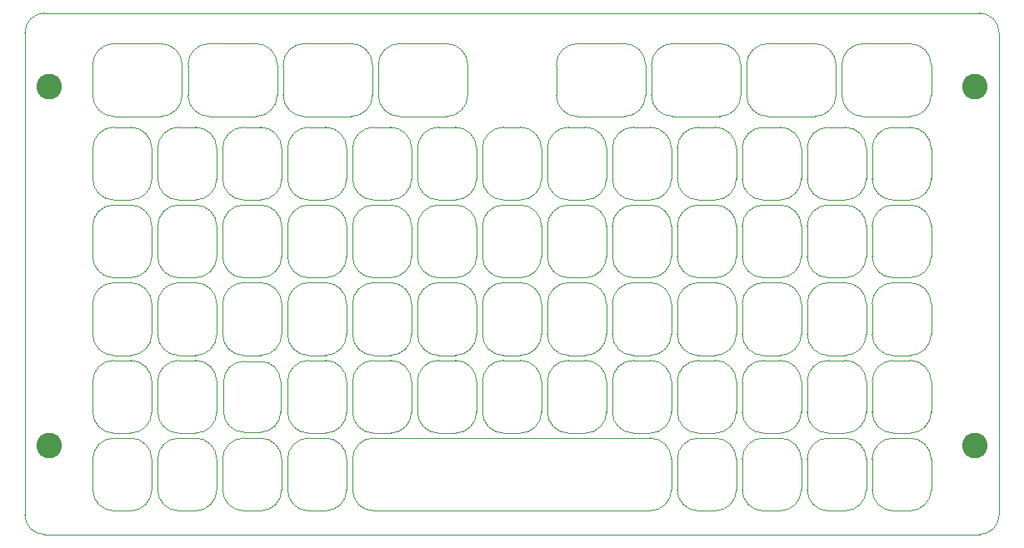
<source format=gts>
G04*
G04 #@! TF.GenerationSoftware,Altium Limited,Altium Designer,24.2.2 (26)*
G04*
G04 Layer_Color=8388736*
%FSLAX25Y25*%
%MOIN*%
G70*
G04*
G04 #@! TF.SameCoordinates,661FBD00-BEF8-4439-B900-685B4A6DAB74*
G04*
G04*
G04 #@! TF.FilePolarity,Negative*
G04*
G01*
G75*
%ADD10C,0.00394*%
%ADD11C,0.10236*%
D10*
X40138Y-116732D02*
G03*
X48602Y-125197I8465J-0D01*
G01*
X40138Y-147835D02*
G03*
X48602Y-156299I8465J-0D01*
G01*
X66122Y-116732D02*
G03*
X74587Y-125197I8465J-0D01*
G01*
X55295D02*
G03*
X63760Y-116732I-0J8465D01*
G01*
X48602Y-127165D02*
G03*
X40138Y-135630I0J-8465D01*
G01*
X66122Y-147835D02*
G03*
X74587Y-156299I8465J-0D01*
G01*
Y-127165D02*
G03*
X66122Y-135630I0J-8465D01*
G01*
X63760D02*
G03*
X55295Y-127165I-8465J0D01*
G01*
Y-156299D02*
G03*
X63760Y-147835I-0J8465D01*
G01*
X48602Y-96063D02*
G03*
X40138Y-104528I0J-8465D01*
G01*
Y-85630D02*
G03*
X48602Y-94095I8465J0D01*
G01*
X55295D02*
G03*
X63760Y-85630I0J8465D01*
G01*
X74587Y-96063D02*
G03*
X66122Y-104528I0J-8465D01*
G01*
X63760D02*
G03*
X55295Y-96063I-8465J0D01*
G01*
X66122Y-85630D02*
G03*
X74587Y-94095I8465J0D01*
G01*
X89744Y-135630D02*
G03*
X81279Y-127165I-8465J0D01*
G01*
X81279Y-94095D02*
G03*
X89744Y-85630I0J8465D01*
G01*
X81279Y-125197D02*
G03*
X89744Y-116732I-0J8465D01*
G01*
X81279Y-156299D02*
G03*
X89744Y-147835I-0J8465D01*
G01*
Y-104528D02*
G03*
X81279Y-96063I-8465J0D01*
G01*
X89744Y-42323D02*
G03*
X81279Y-33858I-8465J0D01*
G01*
X63760Y-42323D02*
G03*
X55295Y-33858I-8465J0D01*
G01*
X48602D02*
G03*
X40138Y-42323I0J-8465D01*
G01*
X37776Y-42323D02*
G03*
X29311Y-33858I-8465J0D01*
G01*
X74587D02*
G03*
X66122Y-42323I0J-8465D01*
G01*
X37776Y-73425D02*
G03*
X29311Y-64961I-8465J-0D01*
G01*
X89744Y-73425D02*
G03*
X81279Y-64961I-8465J0D01*
G01*
X40138Y-54528D02*
G03*
X48602Y-62992I8465J0D01*
G01*
X55295D02*
G03*
X63760Y-54528I0J8465D01*
G01*
X48602Y-64961D02*
G03*
X40138Y-73425I0J-8465D01*
G01*
X29311Y-62992D02*
G03*
X37776Y-54528I0J8465D01*
G01*
X63760Y-73425D02*
G03*
X55295Y-64961I-8465J0D01*
G01*
X74587D02*
G03*
X66122Y-73425I0J-8465D01*
G01*
Y-54528D02*
G03*
X74587Y-62992I8465J0D01*
G01*
X81279D02*
G03*
X89744Y-54528I0J8465D01*
G01*
X29311Y-125197D02*
G03*
X37776Y-116732I0J8465D01*
G01*
Y-104528D02*
G03*
X29311Y-96063I-8465J0D01*
G01*
Y-156299D02*
G03*
X37776Y-147835I0J8465D01*
G01*
X29311Y-94095D02*
G03*
X37776Y-85630I0J8465D01*
G01*
Y-135630D02*
G03*
X29311Y-127165I-8465J0D01*
G01*
X14153Y-147835D02*
G03*
X22618Y-156299I8465J0D01*
G01*
Y-127165D02*
G03*
X14153Y-135630I0J-8465D01*
G01*
X22618Y-96063D02*
G03*
X14153Y-104528I0J-8465D01*
G01*
Y-85630D02*
G03*
X22618Y-94095I8465J0D01*
G01*
X14153Y-116732D02*
G03*
X22618Y-125197I8465J0D01*
G01*
Y-33858D02*
G03*
X14153Y-42323I0J-8465D01*
G01*
Y-54528D02*
G03*
X22618Y-62992I8465J0D01*
G01*
Y-64961D02*
G03*
X14153Y-73425I-0J-8465D01*
G01*
X-37815Y-85630D02*
G03*
X-29350Y-94095I8465J0D01*
G01*
Y-96063D02*
G03*
X-37815Y-104528I0J-8465D01*
G01*
Y-116732D02*
G03*
X-29350Y-125197I8465J0D01*
G01*
X-159272Y-64961D02*
G03*
X-167736Y-73425I-0J-8465D01*
G01*
Y-54528D02*
G03*
X-159272Y-62992I8465J0D01*
G01*
X-167736Y-85630D02*
G03*
X-159272Y-94095I8465J0D01*
G01*
X-152579Y-94095D02*
G03*
X-144114Y-85630I0J8465D01*
G01*
X-89784Y-116732D02*
G03*
X-81319Y-125197I8465J-0D01*
G01*
X-89784Y-85630D02*
G03*
X-81319Y-94095I8465J0D01*
G01*
X-81319Y-96063D02*
G03*
X-89784Y-104528I0J-8465D01*
G01*
X-92146D02*
G03*
X-100610Y-96063I-8465J0D01*
G01*
Y-125197D02*
G03*
X-92146Y-116732I0J8465D01*
G01*
X-100610Y-94095D02*
G03*
X-92146Y-85630I0J8465D01*
G01*
X-11831Y-54528D02*
G03*
X-3366Y-62992I8465J0D01*
G01*
Y-64961D02*
G03*
X-11831Y-73425I-0J-8465D01*
G01*
X-3366Y-96063D02*
G03*
X-11831Y-104528I0J-8465D01*
G01*
Y-116732D02*
G03*
X-3366Y-125197I8465J0D01*
G01*
X-11831Y-85630D02*
G03*
X-3366Y-94095I8465J0D01*
G01*
X-22658Y-125197D02*
G03*
X-14193Y-116732I0J8465D01*
G01*
X-22658Y-94095D02*
G03*
X-14193Y-85630I0J8465D01*
G01*
Y-104528D02*
G03*
X-22658Y-96063I-8465J0D01*
G01*
X-144114Y-104528D02*
G03*
X-152579Y-96063I-8465J0D01*
G01*
X-167736Y-116732D02*
G03*
X-159272Y-125197I8465J0D01*
G01*
Y-96063D02*
G03*
X-167736Y-104528I0J-8465D01*
G01*
X-152579Y-125197D02*
G03*
X-144114Y-116732I0J8465D01*
G01*
X-100610Y-62992D02*
G03*
X-92146Y-54528I0J8465D01*
G01*
X-81319Y-64961D02*
G03*
X-89784Y-73425I0J-8465D01*
G01*
X-92146Y-73425D02*
G03*
X-100610Y-64961I-8465J-0D01*
G01*
X-89784Y-54528D02*
G03*
X-81319Y-62992I8465J0D01*
G01*
X-141752Y-116732D02*
G03*
X-133287Y-125197I8465J0D01*
G01*
X-115768Y-85630D02*
G03*
X-107303Y-94095I8465J0D01*
G01*
X-126594D02*
G03*
X-118130Y-85630I0J8465D01*
G01*
X-141752Y-85630D02*
G03*
X-133287Y-94095I8465J0D01*
G01*
X-107303Y-96063D02*
G03*
X-115768Y-104528I0J-8465D01*
G01*
X-133287Y-96063D02*
G03*
X-141752Y-104528I0J-8465D01*
G01*
X-126594Y-125197D02*
G03*
X-118130Y-116732I0J8465D01*
G01*
Y-104528D02*
G03*
X-126594Y-96063I-8465J0D01*
G01*
X-115768Y-116732D02*
G03*
X-107303Y-125197I8465J0D01*
G01*
X-126594Y-62992D02*
G03*
X-118130Y-54528I0J8465D01*
G01*
Y-73425D02*
G03*
X-126594Y-64961I-8465J-0D01*
G01*
X-133287D02*
G03*
X-141752Y-73425I-0J-8465D01*
G01*
X-144114D02*
G03*
X-152579Y-64961I-8465J-0D01*
G01*
Y-62992D02*
G03*
X-144114Y-54528I0J8465D01*
G01*
X-107303Y-64961D02*
G03*
X-115768Y-73425I-0J-8465D01*
G01*
X-141752Y-54528D02*
G03*
X-133287Y-62992I8465J0D01*
G01*
X-115768Y-54528D02*
G03*
X-107303Y-62992I8465J0D01*
G01*
X-48642Y-62992D02*
G03*
X-40177Y-54528I0J8465D01*
G01*
Y-73425D02*
G03*
X-48642Y-64961I-8465J0D01*
G01*
X-37815Y-54528D02*
G03*
X-29350Y-62992I8465J0D01*
G01*
X-14193Y-73425D02*
G03*
X-22658Y-64961I-8465J-0D01*
G01*
Y-62992D02*
G03*
X-14193Y-54528I0J8465D01*
G01*
X-29350Y-64961D02*
G03*
X-37815Y-73425I-0J-8465D01*
G01*
X-63799Y-116732D02*
G03*
X-55335Y-125197I8465J-0D01*
G01*
X-74626D02*
G03*
X-66161Y-116732I-0J8465D01*
G01*
X-40177Y-104528D02*
G03*
X-48642Y-96063I-8465J0D01*
G01*
X-55335D02*
G03*
X-63799Y-104528I0J-8465D01*
G01*
X-66161Y-104528D02*
G03*
X-74626Y-96063I-8465J0D01*
G01*
X-48642Y-94095D02*
G03*
X-40177Y-85630I0J8465D01*
G01*
X-48642Y-125197D02*
G03*
X-40177Y-116732I-0J8465D01*
G01*
X-55335Y-64961D02*
G03*
X-63799Y-73425I0J-8465D01*
G01*
X-74626Y-94095D02*
G03*
X-66161Y-85630I0J8465D01*
G01*
X-74626Y-62992D02*
G03*
X-66161Y-54528I0J8465D01*
G01*
Y-73425D02*
G03*
X-74626Y-64961I-8465J0D01*
G01*
X-63799Y-85630D02*
G03*
X-55335Y-94095I8465J0D01*
G01*
X-63799Y-54528D02*
G03*
X-55335Y-62992I8465J0D01*
G01*
X3327Y-94095D02*
G03*
X11791Y-85630I0J8465D01*
G01*
X3327Y-62992D02*
G03*
X11791Y-54528I0J8465D01*
G01*
Y-73425D02*
G03*
X3327Y-64961I-8465J-0D01*
G01*
X3327Y-125197D02*
G03*
X11791Y-116732I0J8465D01*
G01*
Y-104528D02*
G03*
X3327Y-96063I-8465J0D01*
G01*
X-92146Y-166732D02*
G03*
X-100610Y-158268I-8465J0D01*
G01*
X-55335D02*
G03*
X-63799Y-166732I0J-8465D01*
G01*
X-107303Y-158268D02*
G03*
X-115768Y-166732I0J-8465D01*
G01*
X-66161Y-166732D02*
G03*
X-74626Y-158268I-8465J0D01*
G01*
X-81319Y-158268D02*
G03*
X-89784Y-166732I0J-8465D01*
G01*
X-66161Y-135630D02*
G03*
X-74626Y-127165I-8465J0D01*
G01*
X-40177Y-135630D02*
G03*
X-48642Y-127165I-8465J0D01*
G01*
X-55335D02*
G03*
X-63799Y-135630I0J-8465D01*
G01*
X-115374Y-147835D02*
G03*
X-107303Y-155905I8071J0D01*
G01*
Y-127559D02*
G03*
X-115374Y-135630I0J-8071D01*
G01*
X-89784Y-147835D02*
G03*
X-81319Y-156299I8465J-0D01*
G01*
X-100610Y-155905D02*
G03*
X-92539Y-147835I0J8071D01*
G01*
X-81319Y-127165D02*
G03*
X-89784Y-135630I0J-8465D01*
G01*
X-92539D02*
G03*
X-100610Y-127559I-8071J0D01*
G01*
X-118130Y-166732D02*
G03*
X-126594Y-158268I-8465J0D01*
G01*
X-133287D02*
G03*
X-141752Y-166732I0J-8465D01*
G01*
X-118130Y-135630D02*
G03*
X-126594Y-127165I-8465J0D01*
G01*
X-141752Y-147835D02*
G03*
X-133287Y-156299I8465J0D01*
G01*
Y-127165D02*
G03*
X-141752Y-135630I0J-8465D01*
G01*
X-126594Y-156299D02*
G03*
X-118130Y-147835I0J8465D01*
G01*
X-14193Y-135630D02*
G03*
X-22658Y-127165I-8465J0D01*
G01*
X-29350D02*
G03*
X-37815Y-135630I0J-8465D01*
G01*
X-3366Y-127165D02*
G03*
X-11831Y-135630I0J-8465D01*
G01*
X11791D02*
G03*
X3327Y-127165I-8465J0D01*
G01*
Y-156299D02*
G03*
X11791Y-147835I0J8465D01*
G01*
X-11831D02*
G03*
X-3366Y-156299I8465J0D01*
G01*
X-22658D02*
G03*
X-14193Y-147835I0J8465D01*
G01*
X-63799Y-147835D02*
G03*
X-55335Y-156299I8465J-0D01*
G01*
X-37815Y-147835D02*
G03*
X-29350Y-156299I8465J0D01*
G01*
X-48642D02*
G03*
X-40177Y-147835I-0J8465D01*
G01*
X-74626Y-156299D02*
G03*
X-66161Y-147835I-0J8465D01*
G01*
X141713Y-166732D02*
G03*
X133248Y-158268I-8465J0D01*
G01*
X126555D02*
G03*
X118091Y-166732I0J-8465D01*
G01*
X159232Y-156299D02*
G03*
X167697Y-147835I0J8465D01*
G01*
Y-135630D02*
G03*
X159232Y-127165I-8465J0D01*
G01*
Y-125197D02*
G03*
X167697Y-116732I0J8465D01*
G01*
X152539Y-158268D02*
G03*
X144075Y-166732I0J-8465D01*
G01*
X167697D02*
G03*
X159232Y-158268I-8465J0D01*
G01*
X74587D02*
G03*
X66122Y-166732I0J-8465D01*
G01*
X63760D02*
G03*
X55295Y-158268I-8465J0D01*
G01*
X115728Y-166732D02*
G03*
X107264Y-158268I-8465J0D01*
G01*
X100571D02*
G03*
X92106Y-166732I0J-8465D01*
G01*
X89744D02*
G03*
X81279Y-158268I-8465J0D01*
G01*
X55295Y-187402D02*
G03*
X63760Y-178937I-0J8465D01*
G01*
X159232Y-187402D02*
G03*
X167697Y-178937I0J8465D01*
G01*
X144075D02*
G03*
X152539Y-187402I8465J0D01*
G01*
X66122Y-178937D02*
G03*
X74587Y-187402I8465J-0D01*
G01*
X-74626D02*
G03*
X-66161Y-178937I-0J8465D01*
G01*
X-63799Y-178937D02*
G03*
X-55335Y-187402I8465J-0D01*
G01*
X-159272Y-158268D02*
G03*
X-167736Y-166732I0J-8465D01*
G01*
Y-178937D02*
G03*
X-159272Y-187402I8465J0D01*
G01*
X-141752Y-178937D02*
G03*
X-133287Y-187402I8465J0D01*
G01*
X-152579D02*
G03*
X-144114Y-178937I0J8465D01*
G01*
X-126594Y-187402D02*
G03*
X-118130Y-178937I0J8465D01*
G01*
X-144114Y-166732D02*
G03*
X-152579Y-158268I-8465J0D01*
G01*
X81279Y-187402D02*
G03*
X89744Y-178937I-0J8465D01*
G01*
X92106D02*
G03*
X100571Y-187402I8465J0D01*
G01*
X107264D02*
G03*
X115728Y-178937I0J8465D01*
G01*
X133248Y-187402D02*
G03*
X141713Y-178937I0J8465D01*
G01*
X118091D02*
G03*
X126555Y-187402I8465J0D01*
G01*
X159232Y-62992D02*
G03*
X167697Y-54528I0J8465D01*
G01*
Y-104528D02*
G03*
X159232Y-96063I-8465J0D01*
G01*
X159232Y-94095D02*
G03*
X167697Y-85630I0J8465D01*
G01*
Y-73425D02*
G03*
X159232Y-64961I-8465J-0D01*
G01*
X-159272Y-127165D02*
G03*
X-167736Y-135630I0J-8465D01*
G01*
X-152579Y-156299D02*
G03*
X-144114Y-147835I0J8465D01*
G01*
X-167736D02*
G03*
X-159272Y-156299I8465J0D01*
G01*
X-144114Y-135630D02*
G03*
X-152579Y-127165I-8465J0D01*
G01*
X-100610Y-187402D02*
G03*
X-92146Y-178937I0J8465D01*
G01*
X-89784D02*
G03*
X-81319Y-187402I8465J-0D01*
G01*
X-115768Y-178937D02*
G03*
X-107303Y-187402I8465J0D01*
G01*
X115728Y-135630D02*
G03*
X107264Y-127165I-8465J0D01*
G01*
Y-125197D02*
G03*
X115728Y-116732I0J8465D01*
G01*
X92106Y-147835D02*
G03*
X100571Y-156299I8465J0D01*
G01*
X92106Y-116732D02*
G03*
X100571Y-125197I8465J0D01*
G01*
Y-127165D02*
G03*
X92106Y-135630I0J-8465D01*
G01*
X107264Y-156299D02*
G03*
X115728Y-147835I0J8465D01*
G01*
X107264Y-94095D02*
G03*
X115728Y-85630I0J8465D01*
G01*
X115728Y-104528D02*
G03*
X107264Y-96063I-8465J0D01*
G01*
X100571D02*
G03*
X92106Y-104528I0J-8465D01*
G01*
X92106Y-85630D02*
G03*
X100571Y-94095I8465J0D01*
G01*
X118090Y-85630D02*
G03*
X126555Y-94095I8465J0D01*
G01*
Y-127165D02*
G03*
X118091Y-135630I0J-8465D01*
G01*
Y-147835D02*
G03*
X126555Y-156299I8465J0D01*
G01*
Y-96063D02*
G03*
X118091Y-104528I0J-8465D01*
G01*
Y-116732D02*
G03*
X126555Y-125197I8465J0D01*
G01*
X115728Y-42323D02*
G03*
X107264Y-33858I-8465J0D01*
G01*
X100571D02*
G03*
X92106Y-42323I0J-8465D01*
G01*
X92106Y-54528D02*
G03*
X100571Y-62992I8465J0D01*
G01*
X126555Y-64961D02*
G03*
X118090Y-73425I-0J-8465D01*
G01*
Y-54528D02*
G03*
X126555Y-62992I8465J0D01*
G01*
Y-33858D02*
G03*
X118091Y-42323I0J-8465D01*
G01*
X100571Y-64961D02*
G03*
X92106Y-73425I-0J-8465D01*
G01*
X115728D02*
G03*
X107264Y-64961I-8465J-0D01*
G01*
Y-62992D02*
G03*
X115728Y-54528I0J8465D01*
G01*
X133248Y-94095D02*
G03*
X141713Y-85630I0J8465D01*
G01*
X133248Y-156299D02*
G03*
X141713Y-147835I0J8465D01*
G01*
Y-135630D02*
G03*
X133248Y-127165I-8465J0D01*
G01*
X141713Y-104528D02*
G03*
X133248Y-96063I-8465J0D01*
G01*
Y-125197D02*
G03*
X141713Y-116732I0J8465D01*
G01*
X152539Y-33858D02*
G03*
X144075Y-42323I0J-8465D01*
G01*
X133248Y-62992D02*
G03*
X141713Y-54528I0J8465D01*
G01*
Y-73425D02*
G03*
X133248Y-64961I-8465J-0D01*
G01*
X141713Y-42323D02*
G03*
X133248Y-33858I-8465J0D01*
G01*
X152539Y-64961D02*
G03*
X144075Y-73425I-0J-8465D01*
G01*
Y-54528D02*
G03*
X152539Y-62992I8465J0D01*
G01*
X144075Y-85630D02*
G03*
X152539Y-94095I8465J0D01*
G01*
Y-96063D02*
G03*
X144075Y-104528I0J-8465D01*
G01*
Y-116732D02*
G03*
X152539Y-125197I8465J0D01*
G01*
X144075Y-147835D02*
G03*
X152539Y-156299I8465J0D01*
G01*
Y-127165D02*
G03*
X144075Y-135630I0J-8465D01*
G01*
X-140472Y-29528D02*
G03*
X-132008Y-21063I0J8465D01*
G01*
X-129646D02*
G03*
X-121181Y-29528I8465J0D01*
G01*
X-167736Y-21063D02*
G03*
X-159272Y-29528I8465J0D01*
G01*
X-26217D02*
G03*
X-17736Y-21063I16J8465D01*
G01*
X-53465Y-21063D02*
G03*
X-45000Y-29528I8465J0D01*
G01*
X26177Y-394D02*
G03*
X17697Y-8858I-16J-8465D01*
G01*
Y-21063D02*
G03*
X26162Y-29528I8465J0D01*
G01*
X-83091Y-394D02*
G03*
X-91555Y-8858I-0J-8465D01*
G01*
X-93917D02*
G03*
X-102382Y-394I-8465J-0D01*
G01*
X-55827Y-8858D02*
G03*
X-64291Y-394I-8465J-0D01*
G01*
X-121181D02*
G03*
X-129646Y-8858I-0J-8465D01*
G01*
X-132008D02*
G03*
X-140472Y-394I-8465J-0D01*
G01*
X-45015Y-394D02*
G03*
X-53465Y-8858I15J-8465D01*
G01*
X-159272Y-394D02*
G03*
X-167736Y-8858I-0J-8465D01*
G01*
X-17736Y-8858D02*
G03*
X-26201Y-394I-8465J0D01*
G01*
X-29350Y-33858D02*
G03*
X-37815Y-42323I0J-8465D01*
G01*
X-40177Y-42323D02*
G03*
X-48642Y-33858I-8465J0D01*
G01*
X-3366D02*
G03*
X-11831Y-42323I0J-8465D01*
G01*
X11791D02*
G03*
X3327Y-33858I-8465J0D01*
G01*
X-14193Y-42323D02*
G03*
X-22658Y-33858I-8465J0D01*
G01*
X53425Y-8858D02*
G03*
X44961Y-394I-8465J-0D01*
G01*
X44976Y-29528D02*
G03*
X53425Y-21063I-15J8465D01*
G01*
X55787D02*
G03*
X64252Y-29528I8465J0D01*
G01*
X91516Y-8858D02*
G03*
X83051Y-394I-8465J-0D01*
G01*
X64252D02*
G03*
X55787Y-8858I-0J-8465D01*
G01*
X83051Y-29528D02*
G03*
X91516Y-21063I0J8465D01*
G01*
X-81319Y-33858D02*
G03*
X-89784Y-42323I0J-8465D01*
G01*
X-66161Y-42323D02*
G03*
X-74626Y-33858I-8465J0D01*
G01*
X-55335D02*
G03*
X-63799Y-42323I0J-8465D01*
G01*
X-64291Y-29528D02*
G03*
X-55827Y-21063I0J8465D01*
G01*
X-92146Y-42323D02*
G03*
X-100610Y-33858I-8465J0D01*
G01*
X-102382Y-29528D02*
G03*
X-93917Y-21063I0J8465D01*
G01*
X-91555D02*
G03*
X-83091Y-29528I8465J0D01*
G01*
X121142D02*
G03*
X129606Y-21063I0J8465D01*
G01*
X93878D02*
G03*
X102342Y-29528I8465J0D01*
G01*
X140433Y-394D02*
G03*
X131968Y-8858I-0J-8465D01*
G01*
X131968Y-21063D02*
G03*
X140433Y-29528I8465J0D01*
G01*
X102342Y-394D02*
G03*
X93878Y-8858I-0J-8465D01*
G01*
X129606D02*
G03*
X121142Y-394I-8465J-0D01*
G01*
X159232Y-29528D02*
G03*
X167697Y-21063I0J8465D01*
G01*
X167697Y-8858D02*
G03*
X159232Y-394I-8465J-0D01*
G01*
X167697Y-42323D02*
G03*
X159232Y-33858I-8465J0D01*
G01*
X-107303D02*
G03*
X-115768Y-42323I0J-8465D01*
G01*
X-133287Y-33858D02*
G03*
X-141752Y-42323I0J-8465D01*
G01*
X-144114D02*
G03*
X-152579Y-33858I-8465J0D01*
G01*
X-159272D02*
G03*
X-167736Y-42323I0J-8465D01*
G01*
X-118130D02*
G03*
X-126594Y-33858I-8465J0D01*
G01*
X-194883Y-188976D02*
G03*
X-187008Y-196851I7875J0D01*
G01*
X187008D02*
G03*
X194883Y-188976I0J7875D01*
G01*
Y3937D02*
G03*
X187008Y11812I-7875J0D01*
G01*
X-187008D02*
G03*
X-194883Y3937I0J-7875D01*
G01*
X40138Y-147835D02*
Y-135630D01*
X74587Y-125197D02*
X81279D01*
X48602D02*
X55295D01*
X74587Y-156299D02*
X81279D01*
X74587Y-127165D02*
X81279D01*
X48602D02*
X55295D01*
X48602Y-156299D02*
X55295D01*
X63760Y-147835D02*
Y-135630D01*
X66122Y-147835D02*
Y-135630D01*
X40138Y-116732D02*
Y-104528D01*
X48602Y-96063D02*
X55295D01*
X40138Y-85630D02*
Y-73425D01*
X37776Y-85630D02*
Y-73425D01*
X48602Y-94095D02*
X55295D01*
X37776Y-116732D02*
Y-104528D01*
X74587Y-94095D02*
X81279D01*
X63760Y-116732D02*
Y-104528D01*
Y-85630D02*
Y-73425D01*
X66122Y-85630D02*
Y-73425D01*
X74587Y-96063D02*
X81279D01*
X66122Y-116732D02*
Y-104528D01*
X92106Y-147835D02*
Y-135630D01*
X89744Y-116732D02*
Y-104528D01*
Y-147835D02*
Y-135630D01*
Y-85630D02*
Y-73425D01*
X92106Y-85630D02*
Y-73425D01*
Y-116732D02*
Y-104528D01*
X40138Y-54528D02*
Y-42323D01*
X66122Y-54528D02*
Y-42323D01*
X89744Y-54528D02*
Y-42323D01*
X37776Y-54528D02*
Y-42323D01*
X63760Y-54528D02*
Y-42323D01*
X48602Y-33858D02*
X55295D01*
X22618D02*
X29311D01*
X74587D02*
X81279D01*
X22618Y-62992D02*
X29311D01*
X48602Y-64961D02*
X55295D01*
X74587Y-62992D02*
X81279D01*
X48602D02*
X55295D01*
X74587Y-64961D02*
X81279D01*
X22618D02*
X29311D01*
X22618Y-125197D02*
X29311D01*
X22618Y-94095D02*
X29311D01*
X22618Y-127165D02*
X29311D01*
X22618Y-96063D02*
X29311D01*
X22618Y-156299D02*
X29311D01*
X37776Y-147835D02*
Y-135630D01*
X14153Y-54528D02*
Y-42323D01*
Y-116732D02*
Y-104528D01*
Y-147835D02*
Y-135630D01*
Y-85630D02*
Y-73425D01*
X-37815Y-85630D02*
Y-73425D01*
X-40177Y-85630D02*
Y-73425D01*
X-29350Y-94095D02*
X-22658D01*
X-29350Y-96063D02*
X-22658D01*
X-37815Y-116732D02*
Y-104528D01*
X-29350Y-125197D02*
X-22658D01*
X-40177Y-116732D02*
Y-104528D01*
X-159272Y-64961D02*
X-152579D01*
X-159272Y-94095D02*
X-152579D01*
X-159272Y-62992D02*
X-152579D01*
X-167736Y-85630D02*
Y-73425D01*
X-107303Y-94095D02*
X-100610D01*
X-92146Y-116732D02*
Y-104528D01*
X-107303Y-96063D02*
X-100610D01*
X-89784Y-116732D02*
Y-104528D01*
X-107303Y-125197D02*
X-100610D01*
X-11831Y-116732D02*
Y-104528D01*
Y-85630D02*
Y-73425D01*
X-14193Y-85630D02*
Y-73425D01*
Y-116732D02*
Y-104528D01*
X-159272Y-96063D02*
X-152579D01*
X-167736Y-116732D02*
Y-104528D01*
X-159272Y-125197D02*
X-152579D01*
X-144114Y-116732D02*
Y-104528D01*
X-107303Y-64961D02*
X-100610D01*
X-92146Y-85630D02*
Y-73425D01*
X-89784Y-85630D02*
Y-73425D01*
X-107303Y-62992D02*
X-100610D01*
X-133287Y-96063D02*
X-126594D01*
X-133287Y-125197D02*
X-126594D01*
X-141752Y-116732D02*
Y-104528D01*
X-118130Y-116732D02*
Y-104528D01*
X-115768Y-116732D02*
Y-104528D01*
X-133287Y-94095D02*
X-126594D01*
X-115768Y-85630D02*
Y-73425D01*
X-133287Y-62992D02*
X-126594D01*
X-118130Y-85630D02*
Y-73425D01*
X-144114Y-85630D02*
Y-73425D01*
X-133287Y-64961D02*
X-126594D01*
X-141752Y-85630D02*
Y-73425D01*
X-55335Y-62992D02*
X-48642D01*
X-29350D02*
X-22658D01*
X-29350Y-64961D02*
X-22658D01*
X-55335D02*
X-48642D01*
X-63799Y-116732D02*
Y-104528D01*
X-81319Y-96063D02*
X-74626D01*
X-55335D02*
X-48642D01*
X-55335Y-94095D02*
X-48642D01*
X-81319Y-125197D02*
X-74626D01*
X-55335D02*
X-48642D01*
X-66161Y-116732D02*
Y-104528D01*
X-81319Y-62992D02*
X-74626D01*
X-81319Y-64961D02*
X-74626D01*
X-81319Y-94095D02*
X-74626D01*
X-63799Y-85630D02*
Y-73425D01*
X-66161Y-85630D02*
Y-73425D01*
X-3366Y-125197D02*
X3327D01*
X11791Y-116732D02*
Y-104528D01*
X-3366Y-96063D02*
X3327D01*
X-3366Y-94095D02*
X3327D01*
X-3366Y-62992D02*
X3327D01*
X-3366Y-64961D02*
X3327D01*
X11791Y-85630D02*
Y-73425D01*
X-81319Y-156299D02*
X-74626D01*
X-81319Y-158268D02*
X-74626D01*
X-89784Y-178937D02*
Y-166732D01*
X-107303Y-158268D02*
X-100610D01*
X-63799Y-178937D02*
Y-166732D01*
X-92146Y-178937D02*
Y-166732D01*
X-115768Y-178937D02*
Y-166732D01*
X-66161Y-178937D02*
Y-166732D01*
X-81319Y-127165D02*
X-74626D01*
X-40177Y-147835D02*
Y-135630D01*
X-63799Y-147835D02*
Y-135630D01*
X-66161Y-147835D02*
Y-135630D01*
X-55335Y-127165D02*
X-48642D01*
X-115374Y-147835D02*
Y-135630D01*
X-107303Y-127559D02*
X-100610D01*
X-107303Y-155905D02*
X-100610D01*
X-89784Y-147835D02*
Y-135630D01*
X-92539Y-147835D02*
Y-135630D01*
X-133287Y-158268D02*
X-126594D01*
X-133287Y-127165D02*
X-126594D01*
X-141752Y-178937D02*
Y-166732D01*
X-118130Y-178937D02*
Y-166732D01*
X-141752Y-147835D02*
Y-135630D01*
X-144114Y-178937D02*
Y-166732D01*
X-118130Y-147835D02*
Y-135630D01*
X-144114Y-147835D02*
Y-135630D01*
X-133287Y-156299D02*
X-126594D01*
X-37815Y-147835D02*
Y-135630D01*
X-29350Y-127165D02*
X-22658D01*
X-3366D02*
X3327D01*
X11791Y-147835D02*
Y-135630D01*
X-11831Y-147835D02*
Y-135630D01*
X-14193Y-147835D02*
Y-135630D01*
X-55335Y-158268D02*
X55295D01*
X-3366Y-156299D02*
X3327D01*
X-29350D02*
X-22658D01*
X-55335D02*
X-48642D01*
X141713Y-178937D02*
Y-166732D01*
X118091Y-178937D02*
Y-166732D01*
X167697Y-147835D02*
Y-135630D01*
X144075Y-178937D02*
Y-166732D01*
X152539Y-158268D02*
X159232D01*
X126555D02*
X133248D01*
X167697Y-178937D02*
Y-166732D01*
X74587Y-158268D02*
X81279D01*
X100571D02*
X107264D01*
X66122Y-178937D02*
Y-166732D01*
X89744Y-178937D02*
Y-166732D01*
X92106Y-178937D02*
Y-166732D01*
X63760Y-178937D02*
Y-166732D01*
X115728Y-178937D02*
Y-166732D01*
X74587Y-187402D02*
X81279D01*
X167697Y-116732D02*
Y-104528D01*
X152539Y-187402D02*
X159232D01*
X-55335D02*
X55295D01*
X-81319D02*
X-74626D01*
X-133287D02*
X-126594D01*
X-159272Y-158268D02*
X-152579D01*
X-167736Y-178937D02*
Y-166732D01*
X-159272Y-187402D02*
X-152579D01*
X100571D02*
X107264D01*
X126555D02*
X133248D01*
X167697Y-85630D02*
Y-73425D01*
X-159272Y-156299D02*
X-152579D01*
X-159272Y-127165D02*
X-152579D01*
X-167736Y-147835D02*
Y-135630D01*
X-107303Y-187402D02*
X-100610D01*
X100571Y-127165D02*
X107264D01*
X100571Y-125197D02*
X107264D01*
X100571Y-156299D02*
X107264D01*
X126555Y-96063D02*
X133248D01*
X126555Y-94095D02*
X133248D01*
X126555Y-125197D02*
X133248D01*
X126555Y-127165D02*
X133248D01*
X126555Y-156299D02*
X133248D01*
X100571Y-96063D02*
X107264D01*
X100571Y-94095D02*
X107264D01*
X118091Y-85630D02*
Y-73425D01*
X115728Y-116732D02*
Y-104528D01*
X118091Y-147835D02*
Y-135630D01*
Y-116732D02*
Y-104528D01*
X115728Y-147835D02*
Y-135630D01*
Y-85630D02*
Y-73425D01*
X100571Y-64961D02*
X107264D01*
X118091Y-54528D02*
Y-42323D01*
X100571Y-33858D02*
X107264D01*
X115728Y-54528D02*
Y-42323D01*
X100571Y-62992D02*
X107264D01*
X92106Y-54528D02*
Y-42323D01*
X141713Y-116732D02*
Y-104528D01*
Y-85630D02*
Y-73425D01*
X144075Y-116732D02*
Y-104528D01*
Y-85630D02*
Y-73425D01*
Y-147835D02*
Y-135630D01*
X141713Y-147835D02*
Y-135630D01*
X126555Y-33858D02*
X133248D01*
X126555Y-62992D02*
X133248D01*
X152539D02*
X159232D01*
X126555Y-64961D02*
X133248D01*
X141713Y-54528D02*
Y-42323D01*
X152539Y-33858D02*
X159232D01*
X144075Y-54528D02*
Y-42323D01*
X152539Y-64961D02*
X159232D01*
X152539Y-156299D02*
X159232D01*
X152539Y-125197D02*
X159232D01*
X152539Y-96063D02*
X159232D01*
X152539Y-127165D02*
X159232D01*
X152539Y-94095D02*
X159232D01*
X-132008Y-21063D02*
Y-8858D01*
X-167736Y-21063D02*
Y-8858D01*
X-129646Y-21063D02*
Y-8858D01*
X-89784Y-54528D02*
Y-42323D01*
X-167736Y-54528D02*
Y-42323D01*
X-144114Y-54528D02*
Y-42323D01*
X-141752Y-54528D02*
Y-42323D01*
X-115768Y-54528D02*
Y-42323D01*
X-92146Y-54528D02*
Y-42323D01*
X-63799Y-54528D02*
Y-42323D01*
X-66161Y-54528D02*
Y-42323D01*
X-118130Y-54528D02*
Y-42323D01*
X-53465Y-21063D02*
Y-8858D01*
X-17736Y-21063D02*
Y-8858D01*
X-45000Y-29528D02*
X-26217D01*
X26162D02*
X44976Y-29528D01*
X26177Y-394D02*
X44961D01*
X17697Y-21063D02*
Y-8858D01*
X-83091Y-394D02*
X-64291D01*
X-45015Y-394D02*
X-26201Y-394D01*
X-121181D02*
X-102382D01*
X-159272D02*
X-140472D01*
X-55335Y-33858D02*
X-48642D01*
X-37815Y-54528D02*
Y-42323D01*
X-40177Y-54528D02*
Y-42323D01*
X-29350Y-33858D02*
X-22658D01*
X11791Y-54528D02*
Y-42323D01*
X-3366Y-33858D02*
X3327D01*
X-14193Y-54528D02*
Y-42323D01*
X-11831Y-54528D02*
Y-42323D01*
X64252Y-29528D02*
X83051D01*
X64252Y-394D02*
X83051D01*
X55787Y-21063D02*
Y-8858D01*
X91516Y-21063D02*
Y-8858D01*
X53425Y-21063D02*
Y-8858D01*
X-55827Y-21063D02*
Y-8858D01*
X-93917Y-21063D02*
Y-8858D01*
X-83091Y-29528D02*
X-64291D01*
X-91555Y-21063D02*
Y-8858D01*
X-81319Y-33858D02*
X-74626D01*
X102342Y-29528D02*
X121142D01*
X102342Y-394D02*
X121142D01*
X129606Y-21063D02*
Y-8858D01*
X93878Y-21063D02*
Y-8858D01*
X131968Y-21063D02*
Y-8858D01*
X167697Y-54528D02*
Y-42323D01*
X140433Y-394D02*
X159232D01*
X167697Y-21063D02*
Y-8858D01*
X140433Y-29528D02*
X159232D01*
X-107303Y-33858D02*
X-100610D01*
X-159272D02*
X-152579D01*
X-121181Y-29528D02*
X-102382D01*
X-159272D02*
X-140472D01*
X-133287Y-33858D02*
X-126594D01*
X-194882Y-188977D02*
Y3938D01*
X-187009Y-196850D02*
X187009D01*
X194882Y-188977D02*
Y3937D01*
X-187009Y11811D02*
X187008D01*
D11*
X185039Y-161417D02*
D03*
Y-17717D02*
D03*
X-185039Y-161417D02*
D03*
Y-17717D02*
D03*
M02*

</source>
